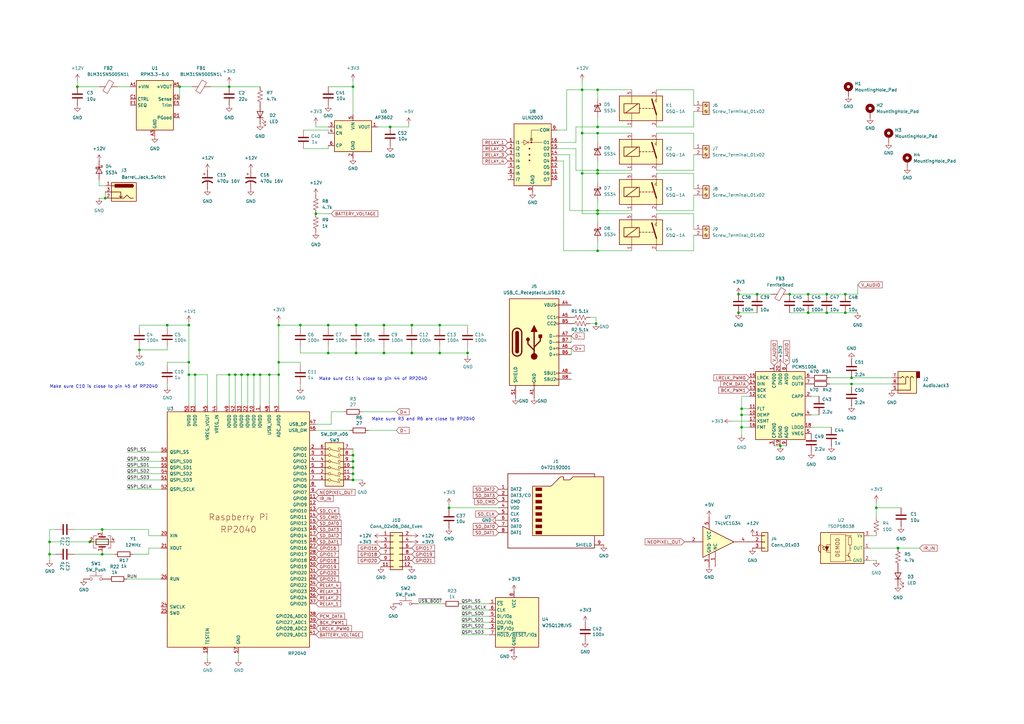
<source format=kicad_sch>
(kicad_sch (version 20250114) (generator "eeschema") (generator_version "9.0")
  (paper "A3")
  (text "Make sure R3 and R6 are close to RP2040" (at 152.4 172.72 0) (effects (font (size 1.27 1.27)) (justify left bottom)))
  (text "Make sure C11 is close to pin 44 of RP2040" (at 130.81 156.21 0) (effects (font (size 1.27 1.27)) (justify left bottom)))
  (text "Make sure C10 is close to pin 45 of RP2040" (at 20.32 159.385 0) (effects (font (size 1.27 1.27)) (justify left bottom)))
  (junction (at 43.18 81.28))
  (junction (at 244.475 132.715))
  (junction (at 101.6 153.67))
  (junction (at 160.02 52.07))
  (junction (at 68.58 133.35))
  (junction (at 146.05 133.35))
  (junction (at 144.78 189.23))
  (junction (at 359.41 208.28))
  (junction (at 168.91 133.35))
  (junction (at 144.78 196.85))
  (junction (at 77.47 153.67))
  (junction (at 245.11 69.85))
  (junction (at 346.71 128.27))
  (junction (at 31.75 35.56))
  (junction (at 106.68 153.67))
  (junction (at 180.34 133.35))
  (junction (at 245.11 87.63))
  (junction (at 245.11 102.87))
  (junction (at 304.165 167.64))
  (junction (at 20.32 222.25))
  (junction (at 339.09 120.65))
  (junction (at 302.895 128.27))
  (junction (at 184.15 208.28))
  (junction (at 110.49 153.67))
  (junction (at 104.14 153.67))
  (junction (at 114.3 133.35))
  (junction (at 331.47 128.27))
  (junction (at 323.85 120.65))
  (junction (at 123.19 133.35))
  (junction (at 349.25 157.48))
  (junction (at 245.11 86.36))
  (junction (at 157.48 144.78))
  (junction (at 238.76 54.61))
  (junction (at 80.01 153.67))
  (junction (at 146.05 144.78))
  (junction (at 304.165 175.26))
  (junction (at 144.78 194.31))
  (junction (at 36.83 222.25))
  (junction (at 20.32 227.33))
  (junction (at 134.62 144.78))
  (junction (at 238.76 71.12))
  (junction (at 114.3 153.67))
  (junction (at 77.47 148.59))
  (junction (at 41.91 227.33))
  (junction (at 191.77 144.78))
  (junction (at 238.76 36.83))
  (junction (at 41.91 217.17))
  (junction (at 157.48 133.35))
  (junction (at 144.78 191.77))
  (junction (at 99.06 153.67))
  (junction (at 134.62 133.35))
  (junction (at 93.98 153.67))
  (junction (at 245.11 52.07))
  (junction (at 310.515 120.65))
  (junction (at 245.11 36.83))
  (junction (at 93.98 35.56))
  (junction (at 302.895 120.65))
  (junction (at 368.3 224.79))
  (junction (at 144.78 186.69))
  (junction (at 331.47 120.65))
  (junction (at 346.71 120.65))
  (junction (at 168.91 144.78))
  (junction (at 77.47 133.35))
  (junction (at 114.3 148.59))
  (junction (at 73.66 35.56))
  (junction (at 180.34 144.78))
  (junction (at 349.25 154.94))
  (junction (at 320.04 182.88))
  (junction (at 339.09 128.27))
  (junction (at 57.15 143.51))
  (junction (at 245.11 71.12))
  (junction (at 304.165 170.18))
  (junction (at 96.52 153.67))
  (junction (at 144.78 35.56))
  (junction (at 129.54 87.63))
  (junction (at 245.11 54.61))
  (wire (pts (xy 60.96 219.71) (xy 66.04 219.71)))
  (wire (pts (xy 85.09 166.37) (xy 85.09 153.67)))
  (wire (pts (xy 234.315 137.795) (xy 234.315 140.335)))
  (wire (pts (xy 85.09 153.67) (xy 80.01 153.67)))
  (wire (pts (xy 184.15 208.28) (xy 184.15 208.915)))
  (wire (pts (xy 22.86 227.33) (xy 20.32 227.33)))
  (wire (pts (xy 22.86 217.17) (xy 20.32 217.17)))
  (wire (pts (xy 238.76 71.12) (xy 238.76 54.61)))
  (wire (pts (xy 36.83 222.25) (xy 46.99 222.25)))
  (wire (pts (xy 302.895 128.27) (xy 310.515 128.27)))
  (wire (pts (xy 245.11 102.87) (xy 259.08 102.87)))
  (wire (pts (xy 307.34 162.56) (xy 304.165 162.56)))
  (wire (pts (xy 20.32 217.17) (xy 20.32 222.25)))
  (wire (pts (xy 233.68 63.5) (xy 228.6 63.5)))
  (wire (pts (xy 123.19 149.86) (xy 123.19 148.59)))
  (wire (pts (xy 60.96 224.79) (xy 60.96 227.33)))
  (wire (pts (xy 157.48 144.78) (xy 146.05 144.78)))
  (wire (pts (xy 135.89 168.91) (xy 140.97 168.91)))
  (wire (pts (xy 245.11 74.93) (xy 245.11 71.12)))
  (wire (pts (xy 168.91 144.78) (xy 157.48 144.78)))
  (wire (pts (xy 349.25 154.94) (xy 365.76 154.94)))
  (wire (pts (xy 284.48 71.12) (xy 269.24 71.12)))
  (wire (pts (xy 168.91 134.62) (xy 168.91 133.35)))
  (wire (pts (xy 123.19 133.35) (xy 134.62 133.35)))
  (wire (pts (xy 238.76 36.83) (xy 245.11 36.83)))
  (wire (pts (xy 114.3 133.35) (xy 123.19 133.35)))
  (wire (pts (xy 144.78 186.69) (xy 144.78 189.23)))
  (wire (pts (xy 129.54 173.99) (xy 135.89 173.99)))
  (wire (pts (xy 31.75 33.02) (xy 31.75 35.56)))
  (wire (pts (xy 20.32 222.25) (xy 20.32 227.33)))
  (wire (pts (xy 317.5 182.88) (xy 320.04 182.88)))
  (wire (pts (xy 129.54 52.07) (xy 134.62 52.07)))
  (wire (pts (xy 180.34 134.62) (xy 180.34 133.35)))
  (wire (pts (xy 180.34 144.78) (xy 191.77 144.78)))
  (wire (pts (xy 167.64 50.8) (xy 167.64 52.07)))
  (wire (pts (xy 134.62 133.35) (xy 146.05 133.35)))
  (wire (pts (xy 189.23 260.35) (xy 200.66 260.35)))
  (wire (pts (xy 134.62 59.69) (xy 134.62 60.96)))
  (wire (pts (xy 146.05 142.24) (xy 146.05 144.78)))
  (wire (pts (xy 284.48 45.72) (xy 284.48 52.07)))
  (wire (pts (xy 52.07 191.77) (xy 66.04 191.77)))
  (wire (pts (xy 356.87 224.79) (xy 368.3 224.79)))
  (wire (pts (xy 349.25 157.48) (xy 365.76 157.48)))
  (wire (pts (xy 284.48 102.87) (xy 269.24 102.87)))
  (wire (pts (xy 77.47 132.08) (xy 77.47 133.35)))
  (wire (pts (xy 346.71 120.65) (xy 351.79 120.65)))
  (wire (pts (xy 284.48 87.63) (xy 269.24 87.63)))
  (wire (pts (xy 129.54 50.8) (xy 129.54 52.07)))
  (wire (pts (xy 189.23 252.73) (xy 200.66 252.73)))
  (wire (pts (xy 236.22 60.96) (xy 228.6 60.96)))
  (wire (pts (xy 236.22 69.85) (xy 236.22 60.96)))
  (wire (pts (xy 101.6 153.67) (xy 104.14 153.67)))
  (wire (pts (xy 184.15 207.01) (xy 184.15 208.28)))
  (wire (pts (xy 93.98 153.67) (xy 96.52 153.67)))
  (wire (pts (xy 238.76 71.12) (xy 245.11 71.12)))
  (wire (pts (xy 245.11 52.07) (xy 259.08 52.07)))
  (wire (pts (xy 284.48 60.96) (xy 284.48 54.61)))
  (wire (pts (xy 77.47 133.35) (xy 77.47 148.59)))
  (wire (pts (xy 123.19 142.24) (xy 123.19 144.78)))
  (wire (pts (xy 189.23 247.65) (xy 200.66 247.65)))
  (wire (pts (xy 332.74 175.26) (xy 340.995 175.26)))
  (wire (pts (xy 245.11 54.61) (xy 259.08 54.61)))
  (wire (pts (xy 234.315 142.875) (xy 234.315 145.415)))
  (wire (pts (xy 66.04 237.49) (xy 52.07 237.49)))
  (wire (pts (xy 68.58 143.51) (xy 68.58 142.24)))
  (wire (pts (xy 20.32 222.25) (xy 36.83 222.25)))
  (wire (pts (xy 245.11 48.26) (xy 245.11 52.07)))
  (wire (pts (xy 245.11 102.87) (xy 231.14 102.87)))
  (wire (pts (xy 144.78 35.56) (xy 144.78 46.99)))
  (wire (pts (xy 320.04 182.88) (xy 322.58 182.88)))
  (wire (pts (xy 244.475 130.175) (xy 241.935 130.175)))
  (wire (pts (xy 60.96 219.71) (xy 60.96 217.17)))
  (wire (pts (xy 114.3 132.08) (xy 114.3 133.35)))
  (wire (pts (xy 245.11 52.07) (xy 236.22 52.07)))
  (wire (pts (xy 77.47 148.59) (xy 77.47 153.67)))
  (wire (pts (xy 134.62 35.56) (xy 144.78 35.56)))
  (wire (pts (xy 236.22 52.07) (xy 236.22 58.42)))
  (wire (pts (xy 148.59 196.85) (xy 144.78 196.85)))
  (wire (pts (xy 30.48 227.33) (xy 41.91 227.33)))
  (wire (pts (xy 168.91 142.24) (xy 168.91 144.78)))
  (wire (pts (xy 245.11 87.63) (xy 259.08 87.63)))
  (wire (pts (xy 238.76 54.61) (xy 238.76 36.83)))
  (wire (pts (xy 359.41 205.74) (xy 359.41 208.28)))
  (wire (pts (xy 245.11 82.55) (xy 245.11 86.36)))
  (wire (pts (xy 52.07 189.23) (xy 66.04 189.23)))
  (wire (pts (xy 20.32 227.33) (xy 20.32 229.87)))
  (wire (pts (xy 57.15 143.51) (xy 68.58 143.51)))
  (wire (pts (xy 304.165 170.18) (xy 307.34 170.18)))
  (wire (pts (xy 180.34 133.35) (xy 191.77 133.35)))
  (wire (pts (xy 304.165 167.64) (xy 304.165 170.18)))
  (wire (pts (xy 284.48 77.47) (xy 284.48 71.12)))
  (wire (pts (xy 284.48 36.83) (xy 269.24 36.83)))
  (wire (pts (xy 73.66 35.56) (xy 73.66 40.64)))
  (wire (pts (xy 134.62 142.24) (xy 134.62 144.78)))
  (wire (pts (xy 232.41 36.83) (xy 238.76 36.83)))
  (wire (pts (xy 231.14 66.04) (xy 228.6 66.04)))
  (wire (pts (xy 110.49 153.67) (xy 114.3 153.67)))
  (wire (pts (xy 331.47 120.65) (xy 339.09 120.65)))
  (wire (pts (xy 134.62 144.78) (xy 123.19 144.78)))
  (wire (pts (xy 340.36 154.94) (xy 349.25 154.94)))
  (wire (pts (xy 77.47 153.67) (xy 77.47 166.37)))
  (wire (pts (xy 245.11 71.12) (xy 259.08 71.12)))
  (wire (pts (xy 68.58 148.59) (xy 77.47 148.59)))
  (wire (pts (xy 356.87 229.87) (xy 359.41 229.87)))
  (wire (pts (xy 104.14 153.67) (xy 106.68 153.67)))
  (wire (pts (xy 93.98 34.29) (xy 93.98 35.56)))
  (wire (pts (xy 304.165 175.26) (xy 307.34 175.26)))
  (wire (pts (xy 304.165 162.56) (xy 304.165 167.64)))
  (wire (pts (xy 154.94 52.07) (xy 160.02 52.07)))
  (wire (pts (xy 368.3 224.79) (xy 377.19 224.79)))
  (wire (pts (xy 114.3 148.59) (xy 123.19 148.59)))
  (wire (pts (xy 114.3 148.59) (xy 114.3 153.67)))
  (wire (pts (xy 191.77 142.24) (xy 191.77 144.78)))
  (wire (pts (xy 236.22 58.42) (xy 228.6 58.42)))
  (wire (pts (xy 144.78 194.31) (xy 144.78 196.85)))
  (wire (pts (xy 99.06 166.37) (xy 99.06 153.67)))
  (wire (pts (xy 68.58 149.86) (xy 68.58 148.59)))
  (wire (pts (xy 191.77 144.78) (xy 191.77 146.05)))
  (wire (pts (xy 30.48 217.17) (xy 41.91 217.17)))
  (wire (pts (xy 157.48 142.24) (xy 157.48 144.78)))
  (wire (pts (xy 146.05 144.78) (xy 134.62 144.78)))
  (wire (pts (xy 232.41 53.34) (xy 232.41 36.83)))
  (wire (pts (xy 144.78 184.15) (xy 144.78 186.69)))
  (wire (pts (xy 241.935 132.715) (xy 244.475 132.715)))
  (wire (pts (xy 68.58 157.48) (xy 68.58 158.75)))
  (wire (pts (xy 41.91 226.06) (xy 41.91 227.33)))
  (wire (pts (xy 191.77 134.62) (xy 191.77 133.35)))
  (wire (pts (xy 134.62 54.61) (xy 134.62 53.34)))
  (wire (pts (xy 110.49 166.37) (xy 110.49 153.67)))
  (wire (pts (xy 284.48 69.85) (xy 269.24 69.85)))
  (wire (pts (xy 134.62 60.96) (xy 124.46 60.96)))
  (wire (pts (xy 144.78 189.23) (xy 144.78 191.77)))
  (wire (pts (xy 189.23 250.19) (xy 200.66 250.19)))
  (wire (pts (xy 238.76 87.63) (xy 238.76 71.12)))
  (wire (pts (xy 284.48 80.01) (xy 284.48 86.36)))
  (wire (pts (xy 189.23 257.81) (xy 200.66 257.81)))
  (wire (pts (xy 335.915 162.56) (xy 332.74 162.56)))
  (wire (pts (xy 284.48 96.52) (xy 284.48 102.87)))
  (wire (pts (xy 88.9 166.37) (xy 88.9 153.67)))
  (wire (pts (xy 57.15 134.62) (xy 57.15 133.35)))
  (wire (pts (xy 134.62 134.62) (xy 134.62 133.35)))
  (wire (pts (xy 106.68 153.67) (xy 110.49 153.67)))
  (wire (pts (xy 238.76 33.02) (xy 238.76 36.83)))
  (wire (pts (xy 245.11 99.06) (xy 245.11 102.87)))
  (wire (pts (xy 97.79 267.97) (xy 97.79 270.51)))
  (wire (pts (xy 359.41 208.28) (xy 359.41 212.09)))
  (wire (pts (xy 148.59 168.91) (xy 162.56 168.91)))
  (wire (pts (xy 233.68 86.36) (xy 233.68 63.5)))
  (wire (pts (xy 323.85 128.27) (xy 331.47 128.27)))
  (wire (pts (xy 106.68 153.67) (xy 106.68 166.37)))
  (wire (pts (xy 123.19 157.48) (xy 123.19 158.75)))
  (wire (pts (xy 57.15 133.35) (xy 68.58 133.35)))
  (wire (pts (xy 245.11 91.44) (xy 245.11 87.63)))
  (wire (pts (xy 284.48 93.98) (xy 284.48 87.63)))
  (wire (pts (xy 331.47 120.65) (xy 323.85 120.65)))
  (wire (pts (xy 356.87 219.71) (xy 359.41 219.71)))
  (wire (pts (xy 134.62 53.34) (xy 124.46 53.34)))
  (wire (pts (xy 335.915 170.18) (xy 332.74 170.18)))
  (wire (pts (xy 96.52 153.67) (xy 99.06 153.67)))
  (wire (pts (xy 245.11 36.83) (xy 259.08 36.83)))
  (wire (pts (xy 146.05 133.35) (xy 157.48 133.35)))
  (wire (pts (xy 68.58 134.62) (xy 68.58 133.35)))
  (wire (pts (xy 73.66 35.56) (xy 78.74 35.56)))
  (wire (pts (xy 85.09 267.97) (xy 85.09 270.51)))
  (wire (pts (xy 144.78 33.02) (xy 144.78 35.56)))
  (wire (pts (xy 66.04 224.79) (xy 60.96 224.79)))
  (wire (pts (xy 245.11 86.36) (xy 259.08 86.36)))
  (wire (pts (xy 146.05 134.62) (xy 146.05 133.35)))
  (wire (pts (xy 284.48 86.36) (xy 269.24 86.36)))
  (wire (pts (xy 284.48 54.61) (xy 269.24 54.61)))
  (wire (pts (xy 304.165 175.26) (xy 304.165 178.435)))
  (wire (pts (xy 167.64 52.07) (xy 160.02 52.07)))
  (wire (pts (xy 43.18 78.74) (xy 43.18 81.28)))
  (wire (pts (xy 114.3 133.35) (xy 114.3 148.59)))
  (wire (pts (xy 151.13 176.53) (xy 162.56 176.53)))
  (wire (pts (xy 101.6 166.37) (xy 101.6 153.67)))
  (wire (pts (xy 189.23 255.27) (xy 200.66 255.27)))
  (wire (pts (xy 93.98 35.56) (xy 106.68 35.56)))
  (wire (pts (xy 66.04 185.42) (xy 52.07 185.42)))
  (wire (pts (xy 299.72 172.72) (xy 307.34 172.72)))
  (wire (pts (xy 245.11 69.85) (xy 259.08 69.85)))
  (wire (pts (xy 349.25 157.48) (xy 349.25 158.75)))
  (wire (pts (xy 228.6 53.34) (xy 232.41 53.34)))
  (wire (pts (xy 238.76 54.61) (xy 245.11 54.61)))
  (wire (pts (xy 93.98 166.37) (xy 93.98 153.67)))
  (wire (pts (xy 245.11 86.36) (xy 233.68 86.36)))
  (wire (pts (xy 80.01 153.67) (xy 77.47 153.67)))
  (wire (pts (xy 135.89 168.91) (xy 135.89 173.99)))
  (wire (pts (xy 104.14 166.37) (xy 104.14 153.67)))
  (wire (pts (xy 231.14 102.87) (xy 231.14 66.04)))
  (wire (pts (xy 168.91 133.35) (xy 180.34 133.35)))
  (wire (pts (xy 351.79 116.84) (xy 351.79 120.65)))
  (wire (pts (xy 52.07 194.31) (xy 66.04 194.31)))
  (wire (pts (xy 157.48 133.35) (xy 168.91 133.35)))
  (wire (pts (xy 346.71 120.65) (xy 339.09 120.65)))
  (wire (pts (xy 123.19 134.62) (xy 123.19 133.35)))
  (wire (pts (xy 114.3 153.67) (xy 114.3 166.37)))
  (wire (pts (xy 245.11 69.85) (xy 236.22 69.85)))
  (wire (pts (xy 180.34 142.24) (xy 180.34 144.78)))
  (wire (pts (xy 40.64 76.2) (xy 40.64 73.66)))
  (wire (pts (xy 57.15 142.24) (xy 57.15 143.51)))
  (wire (pts (xy 184.15 208.28) (xy 204.47 208.28)))
  (wire (pts (xy 40.64 76.2) (xy 43.18 76.2)))
  (wire (pts (xy 54.61 227.33) (xy 60.96 227.33)))
  (wire (pts (xy 144.78 191.77) (xy 144.78 194.31)))
  (wire (pts (xy 284.48 52.07) (xy 269.24 52.07)))
  (wire (pts (xy 180.34 144.78) (xy 168.91 144.78)))
  (wire (pts (xy 57.15 143.51) (xy 57.15 144.78)))
  (wire (pts (xy 245.11 58.42) (xy 245.11 54.61)))
  (wire (pts (xy 41.91 218.44) (xy 41.91 217.17)))
  (wire (pts (xy 129.54 87.63) (xy 135.89 87.63)))
  (wire (pts (xy 86.36 35.56) (xy 93.98 35.56)))
  (wire (pts (xy 245.11 66.04) (xy 245.11 69.85)))
  (wire (pts (xy 304.165 170.18) (xy 304.165 175.26)))
  (wire (pts (xy 310.515 120.65) (xy 316.23 120.65)))
  (wire (pts (xy 302.895 120.65) (xy 310.515 120.65)))
  (wire (pts (xy 96.52 166.37) (xy 96.52 153.67)))
  (wire (pts (xy 284.48 43.18) (xy 284.48 36.83)))
  (wire (pts (xy 41.91 227.33) (xy 46.99 227.33)))
  (wire (pts (xy 68.58 133.35) (xy 77.47 133.35)))
  (wire (pts (xy 346.71 128.27) (xy 351.79 128.27)))
  (wire (pts (xy 99.06 153.67) (xy 101.6 153.67)))
  (wire (pts (xy 245.11 40.64) (xy 245.11 36.83)))
  (wire (pts (xy 157.48 134.62) (xy 157.48 133.35)))
  (wire (pts (xy 339.09 128.27) (xy 346.71 128.27)))
  (wire (pts (xy 48.26 35.56) (xy 53.34 35.56)))
  (wire (pts (xy 40.64 81.28) (xy 43.18 81.28)))
  (wire (pts (xy 244.475 130.175) (xy 244.475 132.715)))
  (wire (pts (xy 66.04 200.66) (xy 52.07 200.66)))
  (wire (pts (xy 245.11 87.63) (xy 238.76 87.63)))
  (wire (pts (xy 331.47 128.27) (xy 339.09 128.27)))
  (wire (pts (xy 340.36 157.48) (xy 349.25 157.48)))
  (wire (pts (xy 31.75 35.56) (xy 40.64 35.56)))
  (wire (pts (xy 88.9 153.67) (xy 93.98 153.67)))
  (wire (pts (xy 171.45 247.65) (xy 181.61 247.65)))
  (wire (pts (xy 80.01 166.37) (xy 80.01 153.67)))
  (wire (pts (xy 129.54 176.53) (xy 143.51 176.53)))
  (wire (pts (xy 369.57 208.28) (xy 359.41 208.28)))
  (wire (pts (xy 284.48 63.5) (xy 284.48 69.85)))
  (wire (pts (xy 52.07 196.85) (xy 66.04 196.85)))
  (wire (pts (xy 41.91 217.17) (xy 60.96 217.17)))
  (wire (pts (xy 307.34 167.64) (xy 304.165 167.64)))
  (label "QSPI_SD0" (at 52.07 189.23 0))
  (label "RUN" (at 52.07 237.49 0))
  (label "QSPI_SD0" (at 189.23 252.73 0))
  (label "QSPI_SD3" (at 189.23 260.35 0))
  (label "QSPI_SD3" (at 52.07 196.85 0))
  (label "QSPI_SD1" (at 189.23 255.27 0))
  (label "QSPI_SD2" (at 52.07 194.31 0))
  (label "QSPI_SD1" (at 52.07 191.77 0))
  (label "QSPI_SD2" (at 189.23 257.81 0))
  (label "QSPI_SCLK" (at 52.07 200.66 0))
  (label "QSPI_SS" (at 189.23 247.65 0))
  (label "QSPI_SCLK" (at 189.23 250.19 0))
  (label "QSPI_SS" (at 52.07 185.42 0))
  (label "~{USB_BOOT}" (at 171.45 247.65 0))
  (global_label "NEOPIXEL_OUT" (shape input) (at 129.54 201.93 0) (property "Intersheetrefs" "${INTERSHEET_REFS}" (effects (hide yes))))
  (global_label "RELAY_2" (shape input) (at 208.28 60.96 180) (property "Intersheetrefs" "${INTERSHEET_REFS}" (effects (hide yes))))
  (global_label "SD_CMD" (shape input) (at 204.47 205.74 180) (property "Intersheetrefs" "${INTERSHEET_REFS}" (effects (hide yes))))
  (global_label "IR_IN" (shape input) (at 377.19 224.79 0) (property "Intersheetrefs" "${INTERSHEET_REFS}" (effects (hide yes))))
  (global_label "D-" (shape input) (at 162.56 176.53 0) (property "Intersheetrefs" "${INTERSHEET_REFS}" (effects (hide yes))))
  (global_label "PCM_DATA" (shape input) (at 129.54 252.73 0) (property "Intersheetrefs" "${INTERSHEET_REFS}" (effects (hide yes))))
  (global_label "GPIO19" (shape input) (at 168.91 227.33 0) (property "Intersheetrefs" "${INTERSHEET_REFS}" (effects (hide yes))))
  (global_label "GPIO21" (shape input) (at 168.91 229.87 0) (property "Intersheetrefs" "${INTERSHEET_REFS}" (effects (hide yes))))
  (global_label "GPIO20" (shape input) (at 156.21 229.87 180) (property "Intersheetrefs" "${INTERSHEET_REFS}" (effects (hide yes))))
  (global_label "D+" (shape input) (at 162.56 168.91 0) (property "Intersheetrefs" "${INTERSHEET_REFS}" (effects (hide yes))))
  (global_label "RELAY_3" (shape input) (at 129.54 242.57 0) (property "Intersheetrefs" "${INTERSHEET_REFS}" (effects (hide yes))))
  (global_label "NEOPIXEL_OUT" (shape input) (at 280.67 222.25 180) (property "Intersheetrefs" "${INTERSHEET_REFS}" (effects (hide yes))))
  (global_label "SD_DAT0" (shape input) (at 129.54 214.63 0) (property "Intersheetrefs" "${INTERSHEET_REFS}" (effects (hide yes))))
  (global_label "SD_CLK" (shape input) (at 129.54 209.55 0) (property "Intersheetrefs" "${INTERSHEET_REFS}" (effects (hide yes))))
  (global_label "V_AUDIO" (shape input) (at 322.58 149.86 90) (property "Intersheetrefs" "${INTERSHEET_REFS}" (effects (hide yes))))
  (global_label "PCM_DATA" (shape input) (at 307.34 157.48 180) (property "Intersheetrefs" "${INTERSHEET_REFS}" (effects (hide yes))))
  (global_label "V_AUDIO" (shape input) (at 351.79 116.84 0) (property "Intersheetrefs" "${INTERSHEET_REFS}" (effects (hide yes))))
  (global_label "SD_CLK" (shape input) (at 204.47 210.82 180) (property "Intersheetrefs" "${INTERSHEET_REFS}" (effects (hide yes))))
  (global_label "GPIO18" (shape input) (at 156.21 227.33 180) (property "Intersheetrefs" "${INTERSHEET_REFS}" (effects (hide yes))))
  (global_label "SD_DAT0" (shape input) (at 204.47 215.9 180) (property "Intersheetrefs" "${INTERSHEET_REFS}" (effects (hide yes))))
  (global_label "RELAY_1" (shape input) (at 129.54 247.65 0) (property "Intersheetrefs" "${INTERSHEET_REFS}" (effects (hide yes))))
  (global_label "RELAY_4" (shape input) (at 129.54 240.03 0) (property "Intersheetrefs" "${INTERSHEET_REFS}" (effects (hide yes))))
  (global_label "LRCLK_PWM0" (shape input) (at 307.34 154.94 180) (property "Intersheetrefs" "${INTERSHEET_REFS}" (effects (hide yes))))
  (global_label "D+" (shape input) (at 234.315 142.875 0) (property "Intersheetrefs" "${INTERSHEET_REFS}" (effects (hide yes))))
  (global_label "BCK_PWM1" (shape input) (at 129.54 255.27 0) (property "Intersheetrefs" "${INTERSHEET_REFS}" (effects (hide yes))))
  (global_label "SD_DAT3" (shape input) (at 204.47 203.2 180) (property "Intersheetrefs" "${INTERSHEET_REFS}" (effects (hide yes))))
  (global_label "SD_DAT3" (shape input) (at 129.54 217.17 0) (property "Intersheetrefs" "${INTERSHEET_REFS}" (effects (hide yes))))
  (global_label "SD_DAT1" (shape input) (at 129.54 222.25 0) (property "Intersheetrefs" "${INTERSHEET_REFS}" (effects (hide yes))))
  (global_label "IR_IN" (shape input) (at 129.54 204.47 0) (property "Intersheetrefs" "${INTERSHEET_REFS}" (effects (hide yes))))
  (global_label "RELAY_3" (shape input) (at 208.28 63.5 180) (property "Intersheetrefs" "${INTERSHEET_REFS}" (effects (hide yes))))
  (global_label "RELAY_1" (shape input) (at 208.28 58.42 180) (property "Intersheetrefs" "${INTERSHEET_REFS}" (effects (hide yes))))
  (global_label "GPIO16" (shape input) (at 129.54 224.79 0) (property "Intersheetrefs" "${INTERSHEET_REFS}" (effects (hide yes))))
  (global_label "GPIO21" (shape input) (at 129.54 237.49 0) (property "Intersheetrefs" "${INTERSHEET_REFS}" (effects (hide yes))))
  (global_label "SD_CMD" (shape input) (at 129.54 212.09 0) (property "Intersheetrefs" "${INTERSHEET_REFS}" (effects (hide yes))))
  (global_label "D-" (shape input) (at 234.315 137.795 0) (property "Intersheetrefs" "${INTERSHEET_REFS}" (effects (hide yes))))
  (global_label "LRCLK_PWM0" (shape input) (at 129.54 257.81 0) (property "Intersheetrefs" "${INTERSHEET_REFS}" (effects (hide yes))))
  (global_label "SD_DAT1" (shape input) (at 204.47 218.44 180) (property "Intersheetrefs" "${INTERSHEET_REFS}" (effects (hide yes))))
  (global_label "SD_DAT2" (shape input) (at 204.47 200.66 180) (property "Intersheetrefs" "${INTERSHEET_REFS}" (effects (hide yes))))
  (global_label "GPIO17" (shape input) (at 129.54 227.33 0) (property "Intersheetrefs" "${INTERSHEET_REFS}" (effects (hide yes))))
  (global_label "GPIO18" (shape input) (at 129.54 229.87 0) (property "Intersheetrefs" "${INTERSHEET_REFS}" (effects (hide yes))))
  (global_label "V_AUDIO" (shape input) (at 317.5 149.86 90) (property "Intersheetrefs" "${INTERSHEET_REFS}" (effects (hide yes))))
  (global_label "RELAY_2" (shape input) (at 129.54 245.11 0) (property "Intersheetrefs" "${INTERSHEET_REFS}" (effects (hide yes))))
  (global_label "BATTERY_VOLTAGE" (shape input) (at 135.89 87.63 0) (property "Intersheetrefs" "${INTERSHEET_REFS}" (effects (hide yes))))
  (global_label "GPIO20" (shape input) (at 129.54 234.95 0) (property "Intersheetrefs" "${INTERSHEET_REFS}" (effects (hide yes))))
  (global_label "SD_DAT2" (shape input) (at 129.54 219.71 0) (property "Intersheetrefs" "${INTERSHEET_REFS}" (effects (hide yes))))
  (global_label "BATTERY_VOLTAGE" (shape input) (at 129.54 260.35 0) (property "Intersheetrefs" "${INTERSHEET_REFS}" (effects (hide yes))))
  (global_label "RELAY_4" (shape input) (at 208.28 66.04 180) (property "Intersheetrefs" "${INTERSHEET_REFS}" (effects (hide yes))))
  (global_label "GPIO17" (shape input) (at 168.91 224.79 0) (property "Intersheetrefs" "${INTERSHEET_REFS}" (effects (hide yes))))
  (global_label "GPIO19" (shape input) (at 129.54 232.41 0) (property "Intersheetrefs" "${INTERSHEET_REFS}" (effects (hide yes))))
  (global_label "GPIO16" (shape input) (at 156.21 224.79 180) (property "Intersheetrefs" "${INTERSHEET_REFS}" (effects (hide yes))))
  (global_label "BCK_PWM1" (shape input) (at 307.34 160.02 180) (property "Intersheetrefs" "${INTERSHEET_REFS}" (effects (hide yes))))
  (symbol (lib_id "power:+3V3") (at 93.98 34.29 0) (unit 1)
    (property "Reference" "#PWR012" (effects (hide yes)))
    (property "Value" "+3V3" (at 93.98 29.21 0))
    (property "Description" "Power symbol creates a global label with name \"+3V3\"" (effects (hide yes)))
  )
  (symbol (lib_id "Device:C") (at 26.67 227.33 270) (unit 1)
    (property "Reference" "C27" (at 27.8384 230.251 0) (effects (justify left)))
    (property "Value" "27p" (at 25.527 230.251 0) (effects (justify left)))
    (property "Footprint" "Capacitor_SMD:C_0603_1608Metric" (effects (hide yes)))
  )
  (symbol (lib_id "Device:R") (at 336.55 154.94 90) (unit 1)
    (property "Reference" "R34" (at 339.09 152.4 90))
    (property "Value" "470" (at 334.01 152.4 90))
    (property "Footprint" "Resistor_SMD:R_0603_1608Metric" (effects (hide yes)))
  )
  (symbol (lib_id "power:GND") (at 290.83 232.41 0) (unit 1)
    (property "Reference" "#PWR070" (effects (hide yes)))
    (property "Value" "GND" (at 290.83 236.728 0))
  )
  (symbol (lib_id "74xGxx:74LVC1G34") (at 295.91 222.25 0) (unit 1)
    (property "Reference" "U7" (at 298.45 212.09 0))
    (property "Value" "74LVC1G34" (at 298.45 214.63 0))
    (property "Footprint" "Package_TO_SOT_SMD:SOT-23-5" (effects (hide yes)))
    (property "Datasheet" "https://www.ti.com/lit/ds/symlink/sn74lvc1g34.pdf" (effects (hide yes)))
    (property "Description" "Single Buffer Gate, Low-Voltage CMOS" (effects (hide yes)))
  )
  (symbol (lib_id "power:+3V3") (at 210.82 242.57 0) (unit 1)
    (property "Reference" "#PWR020" (effects (hide yes)))
    (property "Value" "+3V3" (at 210.82 237.49 0))
    (property "Description" "Power symbol creates a global label with name \"+3V3\"" (effects (hide yes)))
  )
  (symbol (lib_id "power:GND") (at 240.03 262.89 0) (unit 1)
    (property "Reference" "#PWR058" (effects (hide yes)))
    (property "Value" "GND" (at 240.03 267.335 0))
  )
  (symbol (lib_id "Device:FerriteBead") (at 44.45 35.56 90) (unit 1)
    (property "Reference" "FB2" (at 44.3992 27.94 90))
    (property "Value" "BLM31SN500SN1L" (at 44.3992 30.48 90))
    (property "Footprint" "Inductor_SMD:L_1206_3216Metric" (effects (hide yes)))
    (property "Description" "Ferrite bead" (effects (hide yes)))
  )
  (symbol (lib_id "power:GND") (at 156.21 232.41 0) (unit 1)
    (property "Reference" "#PWR079" (effects (hide yes)))
    (property "Value" "GND" (at 156.21 236.855 0))
  )
  (symbol (lib_id "power:+12V") (at 238.76 33.02 0) (unit 1)
    (property "Reference" "#PWR035" (effects (hide yes)))
    (property "Value" "+12V" (at 238.76 27.94 0))
    (property "Description" "Power symbol creates a global label with name \"+12V\"" (effects (hide yes)))
  )
  (symbol (lib_id "Memory_Flash:W25Q128JVS") (at 210.82 255.27 0) (unit 1)
    (property "Reference" "U4" (at 222.25 253.9999 0) (effects (justify left)))
    (property "Value" "W25Q128JVS" (at 222.25 256.5399 0) (effects (justify left)))
    (property "Footprint" "Package_SO:SOIC-8_5.3x5.3mm_P1.27mm" (effects (hide yes)))
    (property "Datasheet" "https://www.winbond.com/resource-files/w25q128jv_dtr%20revc%2003272018%20plus.pdf" (effects (hide yes)))
    (property "Description" "128Mbit / 16MiB Serial Flash Memory, Standard/Dual/Quad SPI, 2.7-3.6V, SOIC-8" (effects (hide yes)))
  )
  (symbol (lib_id "power:GND") (at 332.74 185.42 0) (unit 1)
    (property "Reference" "#PWR063" (effects (hide yes)))
    (property "Value" "GND" (at 332.74 190.5 0))
  )
  (symbol (lib_id "Device:FerriteBead") (at 82.55 35.56 90) (unit 1)
    (property "Reference" "FB1" (at 82.4992 27.94 90))
    (property "Value" "BLM31SN500SN1L" (at 82.4992 30.48 90))
    (property "Footprint" "Inductor_SMD:L_1206_3216Metric" (effects (hide yes)))
    (property "Description" "Ferrite bead" (effects (hide yes)))
  )
  (symbol (lib_id "power:GND") (at 168.91 232.41 0) (unit 1)
    (property "Reference" "#PWR075" (effects (hide yes)))
    (property "Value" "GND" (at 168.91 236.855 0))
  )
  (symbol (lib_id "Device:C") (at 191.77 138.43 0) (unit 1)
    (property "Reference" "C14" (at 194.691 137.2616 0) (effects (justify left)))
    (property "Value" "100n" (at 194.691 139.573 0) (effects (justify left)))
    (property "Footprint" "Capacitor_SMD:C_0603_1608Metric" (effects (hide yes)))
  )
  (symbol (lib_id "Device:C") (at 26.67 217.17 270) (unit 1)
    (property "Reference" "C23" (at 27.8384 220.091 0) (effects (justify left)))
    (property "Value" "27p" (at 25.527 220.091 0) (effects (justify left)))
    (property "Footprint" "Capacitor_SMD:C_0603_1608Metric" (effects (hide yes)))
  )
  (symbol (lib_id "power:+3V3") (at 168.91 222.25 270) (unit 1)
    (property "Reference" "#PWR045" (effects (hide yes)))
    (property "Value" "+3V3" (at 172.72 222.2499 90) (effects (justify left)))
    (property "Description" "Power symbol creates a global label with name \"+3V3\"" (effects (hide yes)))
  )
  (symbol (lib_id "Device:C") (at 332.74 181.61 0) (unit 1)
    (property "Reference" "C49" (at 334.01 179.07 0) (effects (justify left)))
    (property "Value" "2.2u" (at 334.01 184.15 0) (effects (justify left)))
    (property "Footprint" "Capacitor_SMD:C_0603_1608Metric" (effects (hide yes)))
  )
  (symbol (lib_id "power:+12V") (at 85.09 69.85 0) (unit 1)
    (property "Reference" "#PWR037" (effects (hide yes)))
    (property "Value" "+12V" (at 85.09 64.77 0))
    (property "Description" "Power symbol creates a global label with name \"+12V\"" (effects (hide yes)))
  )
  (symbol (lib_id "power:+12V") (at 308.61 219.71 0) (unit 1)
    (property "Reference" "#PWR032" (effects (hide yes)))
    (property "Value" "+12V" (at 308.61 214.63 0))
    (property "Description" "Power symbol creates a global label with name \"+12V\"" (effects (hide yes)))
  )
  (symbol (lib_id "power:+12V") (at 102.87 69.85 0) (unit 1)
    (property "Reference" "#PWR039" (effects (hide yes)))
    (property "Value" "+12V" (at 102.87 64.77 0))
    (property "Description" "Power symbol creates a global label with name \"+12V\"" (effects (hide yes)))
  )
  (symbol (lib_id "power:GND") (at 356.87 48.26 0) (unit 1)
    (property "Reference" "#PWR073" (effects (hide yes)))
    (property "Value" "GND" (at 356.87 52.578 0))
  )
  (symbol (lib_id "Device:R_US") (at 106.68 39.37 0) (unit 1)
    (property "Reference" "R7" (at 109.22 38.0999 0) (effects (justify left)))
    (property "Value" "4.7k" (at 109.22 40.6399 0) (effects (justify left)))
    (property "Footprint" "Resistor_SMD:R_0603_1608Metric" (effects (hide yes)))
    (property "Description" "Resistor, US symbol" (effects (hide yes)))
  )
  (symbol (lib_id "power:+3V3") (at 184.15 207.01 0) (unit 1)
    (property "Reference" "#PWR023" (effects (hide yes)))
    (property "Value" "+3V3" (at 184.15 201.93 0))
    (property "Description" "Power symbol creates a global label with name \"+3V3\"" (effects (hide yes)))
  )
  (symbol (lib_id "power:GND") (at 211.455 163.195 0) (unit 1)
    (property "Reference" "#PWR017" (effects (hide yes)))
    (property "Value" "GND" (at 212.725 164.465 0) (effects (justify left)))
  )
  (symbol (lib_id "power:GND") (at 219.075 163.195 0) (unit 1)
    (property "Reference" "#PWR018" (effects (hide yes)))
    (property "Value" "GND" (at 220.345 164.465 0) (effects (justify left)))
  )
  (symbol (lib_id "power:GND") (at 40.64 81.28 0) (unit 1)
    (property "Reference" "#PWR024" (effects (hide yes)))
    (property "Value" "GND" (at 40.64 86.36 0))
    (property "Description" "Power symbol creates a global label with name \"GND\" , ground" (effects (hide yes)))
  )
  (symbol (lib_id "power:GND") (at 191.77 146.05 0) (unit 1)
    (property "Reference" "#PWR016" (effects (hide yes)))
    (property "Value" "GND" (at 191.897 150.4442 0))
  )
  (symbol (lib_id "Device:C") (at 93.98 39.37 180) (unit 1)
    (property "Reference" "C2" (at 97.79 38.0999 0) (effects (justify right)))
    (property "Value" "22u" (at 97.79 40.6399 0) (effects (justify right)))
    (property "Footprint" "Capacitor_SMD:C_0603_1608Metric" (effects (hide yes)))
    (property "Description" "Unpolarized capacitor" (effects (hide yes)))
  )
  (symbol (lib_id "Device:R_US") (at 238.125 132.715 270) (unit 1)
    (property "Reference" "R2" (at 235.585 135.255 90))
    (property "Value" "5.1k" (at 239.395 135.255 90))
    (property "Footprint" "Resistor_SMD:R_0603_1608Metric" (effects (hide yes)))
  )
  (symbol (lib_id "Device:LED") (at 106.68 46.99 90) (unit 1)
    (property "Reference" "D2" (at 110.49 47.3074 90) (effects (justify right)))
    (property "Value" "LED" (at 110.49 49.8474 90) (effects (justify right)))
    (property "Footprint" "LED_SMD:LED_0603_1608Metric" (effects (hide yes)))
    (property "Description" "Light emitting diode" (effects (hide yes)))
    (property "Sim.Pins" "1=K 2=A" (effects (hide yes)))
  )
  (symbol (lib_id "Device:C") (at 339.09 124.46 0) (unit 1)
    (property "Reference" "C47" (at 340.36 121.92 0) (effects (justify left)))
    (property "Value" "10u" (at 340.36 127 0) (effects (justify left)))
    (property "Footprint" "Capacitor_SMD:C_0603_1608Metric" (effects (hide yes)))
  )
  (symbol (lib_id "Mechanical:MountingHole_Pad") (at 347.98 36.83 0) (unit 1) (exclude_from_sim yes) (in_bom no)
    (property "Reference" "H1" (at 350.52 34.2899 0) (effects (justify left)))
    (property "Value" "MountingHole_Pad" (at 350.52 36.8299 0) (effects (justify left)))
    (property "Footprint" "MountingHole:MountingHole_3.2mm_M3_DIN965_Pad" (effects (hide yes)))
    (property "Description" "Mounting Hole with connection" (effects (hide yes)))
  )
  (symbol (lib_id "Device:C") (at 331.47 124.46 0) (unit 1)
    (property "Reference" "C46" (at 332.74 121.92 0) (effects (justify left)))
    (property "Value" "100n" (at 332.74 127 0) (effects (justify left)))
    (property "Footprint" "Capacitor_SMD:C_0603_1608Metric" (effects (hide yes)))
  )
  (symbol (lib_id "Connector:Screw_Terminal_01x02") (at 289.56 93.98 0) (unit 1)
    (property "Reference" "J9" (at 292.1 93.9799 0) (effects (justify left)))
    (property "Value" "Screw_Terminal_01x02" (at 292.1 96.5199 0) (effects (justify left)))
    (property "Footprint" "TerminalBlock_Phoenix:TerminalBlock_Phoenix_PT-1,5-2-5.0-H_1x02_P5.00mm_Horizontal" (effects (hide yes)))
    (property "Description" "Generic screw terminal, single row, 01x02, script generated (kicad-library-utils/schlib/autogen/connector/)" (effects (hide yes)))
  )
  (symbol (lib_id "Diode:SS34") (at 245.11 78.74 270) (unit 1)
    (property "Reference" "D7" (at 247.65 77.1524 90) (effects (justify left)))
    (property "Value" "SS34" (at 247.65 79.6924 90) (effects (justify left)))
    (property "Footprint" "Diode_SMD:D_SMA" (effects (hide yes)))
    (property "Datasheet" "https://www.vishay.com/docs/88751/ss32.pdf" (effects (hide yes)))
    (property "Description" "40V 3A Schottky Diode, SMA" (effects (hide yes)))
  )
  (symbol (lib_id "power:GND") (at 97.79 270.51 0) (unit 1)
    (property "Reference" "#PWR043" (effects (hide yes)))
    (property "Value" "GND" (at 97.917 274.9042 0))
  )
  (symbol (lib_id "Device:C") (at 346.71 124.46 0) (unit 1)
    (property "Reference" "C48" (at 347.98 121.92 0) (effects (justify left)))
    (property "Value" "10u" (at 347.98 127 0) (effects (justify left)))
    (property "Footprint" "Capacitor_SMD:C_0603_1608Metric" (effects (hide yes)))
  )
  (symbol (lib_id "Device:C") (at 157.48 138.43 0) (unit 1)
    (property "Reference" "C9" (at 160.401 137.2616 0) (effects (justify left)))
    (property "Value" "100n" (at 160.401 139.573 0) (effects (justify left)))
    (property "Footprint" "Capacitor_SMD:C_0603_1608Metric" (effects (hide yes)))
  )
  (symbol (lib_id "power:GND") (at 106.68 50.8 0) (unit 1)
    (property "Reference" "#PWR022" (effects (hide yes)))
    (property "Value" "GND" (at 106.68 55.88 0))
    (property "Description" "Power symbol creates a global label with name \"GND\" , ground" (effects (hide yes)))
  )
  (symbol (lib_id "power:GND") (at 161.29 247.65 0) (unit 1)
    (property "Reference" "#PWR057" (effects (hide yes)))
    (property "Value" "GND" (at 161.29 252.73 0))
  )
  (symbol (lib_id "Switch:SW_DIP_x06") (at 137.16 189.23 0) (mirror x) (unit 1)
    (property "Reference" "SW3" (at 137.16 180.594 0))
    (property "Value" "SW_DIP_x06" (at 137.16 178.054 0))
    (property "Footprint" "Button_Switch_THT:SW_DIP_SPSTx06_Slide_6.7x16.8mm_W7.62mm_P2.54mm_LowProfile" (effects (hide yes)))
    (property "Description" "6x DIP Switch, Single Pole Single Throw (SPST) switch, small symbol" (effects (hide yes)))
  )
  (symbol (lib_id "Diode:SS34") (at 40.64 69.85 270) (unit 1)
    (property "Reference" "D4" (at 43.18 68.2624 90) (effects (justify left)))
    (property "Value" "SS34" (at 43.18 70.8024 90) (effects (justify left)))
    (property "Footprint" "Diode_SMD:D_SMA" (effects (hide yes)))
    (property "Datasheet" "https://www.vishay.com/docs/88751/ss32.pdf" (effects (hide yes)))
    (property "Description" "40V 3A Schottky Diode, SMA" (effects (hide yes)))
  )
  (symbol (lib_id "Device:C_Polarized_US") (at 85.09 73.66 0) (unit 1)
    (property "Reference" "C15" (at 88.9 71.7549 0) (effects (justify left)))
    (property "Value" "470u 16V" (at 88.9 74.2949 0) (effects (justify left)))
    (property "Footprint" "Capacitor_SMD:CP_Elec_8x10" (effects (hide yes)))
    (property "Description" "Polarized capacitor, US symbol" (effects (hide yes)))
  )
  (symbol (lib_id "Device:C") (at 180.34 138.43 0) (unit 1)
    (property "Reference" "C13" (at 183.261 137.2616 0) (effects (justify left)))
    (property "Value" "100n" (at 183.261 139.573 0) (effects (justify left)))
    (property "Footprint" "Capacitor_SMD:C_0603_1608Metric" (effects (hide yes)))
  )
  (symbol (lib_id "Device:C") (at 349.25 151.13 0) (unit 1)
    (property "Reference" "C51" (at 350.52 148.59 0) (effects (justify left)))
    (property "Value" "2.2n" (at 350.52 153.67 0) (effects (justify left)))
    (property "Footprint" "Capacitor_SMD:C_0603_1608Metric" (effects (hide yes)))
  )
  (symbol (lib_id "Device:C") (at 124.46 57.15 0) (unit 1)
    (property "Reference" "C40" (at 127.508 55.88 0) (effects (justify left)))
    (property "Value" "1u" (at 127.762 58.166 0) (effects (justify left)))
    (property "Footprint" "Capacitor_SMD:C_0603_1608Metric" (effects (hide yes)))
  )
  (symbol (lib_id "power:GND") (at 184.15 216.535 0) (unit 1)
    (property "Reference" "#PWR056" (effects (hide yes)))
    (property "Value" "GND" (at 184.15 220.98 0))
  )
  (symbol (lib_id "power:GND") (at 148.59 196.85 0) (unit 1)
    (property "Reference" "#PWR059" (effects (hide yes)))
    (property "Value" "GND" (at 148.59 201.93 0))
  )
  (symbol (lib_id "Device:R_US") (at 359.41 215.9 0) (unit 1)
    (property "Reference" "R4" (at 361.95 214.6299 0) (effects (justify left)))
    (property "Value" "100" (at 361.95 217.1699 0) (effects (justify left)))
    (property "Footprint" "Resistor_SMD:R_0603_1608Metric" (effects (hide yes)))
    (property "Description" "Resistor, US symbol" (effects (hide yes)))
  )
  (symbol (lib_id "power:GND") (at 304.165 178.435 0) (unit 1)
    (property "Reference" "#PWR078" (effects (hide yes)))
    (property "Value" "GND" (at 304.165 183.515 0))
  )
  (symbol (lib_id "Device:C_Polarized_US") (at 102.87 73.66 0) (unit 1)
    (property "Reference" "C16" (at 106.68 71.7549 0) (effects (justify left)))
    (property "Value" "470u 16V" (at 106.68 74.2949 0) (effects (justify left)))
    (property "Footprint" "Capacitor_SMD:CP_Elec_8x10" (effects (hide yes)))
    (property "Description" "Polarized capacitor, US symbol" (effects (hide yes)))
  )
  (symbol (lib_id "power:+3V3") (at 240.03 255.27 0) (unit 1)
    (property "Reference" "#PWR021" (effects (hide yes)))
    (property "Value" "+3V3" (at 240.03 250.19 0))
    (property "Description" "Power symbol creates a global label with name \"+3V3\"" (effects (hide yes)))
  )
  (symbol (lib_id "power:GND") (at 34.29 237.49 0) (unit 1)
    (property "Reference" "#PWR030" (effects (hide yes)))
    (property "Value" "GND" (at 34.417 241.8842 0))
  )
  (symbol (lib_id "power:GND") (at 349.25 147.32 180) (unit 1)
    (property "Reference" "#PWR091" (effects (hide yes)))
    (property "Value" "GND" (at 349.25 142.875 0))
  )
  (symbol (lib_id "power:+5V") (at 290.83 212.09 0) (unit 1)
    (property "Reference" "#PWR033" (effects (hide yes)))
    (property "Value" "+5V" (at 290.83 207.01 0))
    (property "Description" "Power symbol creates a global label with name \"+5V\"" (effects (hide yes)))
  )
  (symbol (lib_id "power:+5V") (at 167.64 50.8 0) (unit 1)
    (property "Reference" "#PWR02" (effects (hide yes)))
    (property "Value" "+5V" (at 167.64 45.72 0))
    (property "Description" "Power symbol creates a global label with name \"+5V\"" (effects (hide yes)))
  )
  (symbol (lib_id "power:GND") (at 210.82 267.97 0) (unit 1)
    (property "Reference" "#PWR061" (effects (hide yes)))
    (property "Value" "GND" (at 207.01 269.24 0))
  )
  (symbol (lib_id "Device:C") (at 340.995 179.07 0) (unit 1)
    (property "Reference" "C44" (at 342.265 176.53 0) (effects (justify left)))
    (property "Value" "1u" (at 342.265 181.61 0) (effects (justify left)))
    (property "Footprint" "Capacitor_SMD:C_0603_1608Metric" (effects (hide yes)))
  )
  (symbol (lib_id "Interface_Optical:TSOP581xx") (at 346.71 224.79 0) (unit 1)
    (property "Reference" "U2" (at 344.975 213.36 0))
    (property "Value" "TSOP58038" (at 344.975 215.9 0))
    (property "Footprint" "OptoDevice:Vishay_MINICAST-3Pin" (effects (hide yes)))
    (property "Datasheet" "http://www.vishay.com/docs/82462/tsop581.pdf" (effects (hide yes)))
    (property "Description" "Photo Modules for PCM Remote Control Systems" (effects (hide yes)))
  )
  (symbol (lib_id "Connector_Audio:AudioJack3") (at 370.84 157.48 180) (unit 1)
    (property "Reference" "J2" (at 378.46 155.5749 0) (effects (justify right)))
    (property "Value" "AudioJack3" (at 378.46 158.1149 0) (effects (justify right)))
    (property "Footprint" "Connector_Audio:Jack_3.5mm_CUI_SJ-3523-SMT_Horizontal" (effects (hide yes)))
    (property "Description" "Audio Jack, 3 Poles (Stereo / TRS)" (effects (hide yes)))
  )
  (symbol (lib_id "Device:R") (at 48.26 237.49 270) (unit 1)
    (property "Reference" "R22" (at 46.99 232.41 90))
    (property "Value" "1k" (at 46.99 234.7214 90))
    (property "Footprint" "Resistor_SMD:R_0603_1608Metric" (effects (hide yes)))
  )
  (symbol (lib_id "Device:C") (at 160.02 55.88 0) (unit 1)
    (property "Reference" "C52" (at 163.068 54.61 0) (effects (justify left)))
    (property "Value" "10u" (at 163.322 56.896 0) (effects (justify left)))
    (property "Footprint" "Capacitor_SMD:C_0603_1608Metric" (effects (hide yes)))
  )
  (symbol (lib_id "Device:C") (at 68.58 138.43 0) (unit 1)
    (property "Reference" "C5" (at 71.501 137.2616 0) (effects (justify left)))
    (property "Value" "100n" (at 71.501 139.573 0) (effects (justify left)))
    (property "Footprint" "Capacitor_SMD:C_0603_1608Metric" (effects (hide yes)))
  )
  (symbol (lib_id "Device:C") (at 168.91 138.43 0) (unit 1)
    (property "Reference" "C12" (at 171.831 137.2616 0) (effects (justify left)))
    (property "Value" "100n" (at 171.831 139.573 0) (effects (justify left)))
    (property "Footprint" "Capacitor_SMD:C_0603_1608Metric" (effects (hide yes)))
  )
  (symbol (lib_id "power:GND") (at 123.19 158.75 0) (unit 1)
    (property "Reference" "#PWR015" (effects (hide yes)))
    (property "Value" "GND" (at 123.317 163.1442 0))
  )
  (symbol (lib_id "Connector:Screw_Terminal_01x02") (at 289.56 43.18 0) (unit 1)
    (property "Reference" "J6" (at 292.1 43.1799 0) (effects (justify left)))
    (property "Value" "Screw_Terminal_01x02" (at 292.1 45.7199 0) (effects (justify left)))
    (property "Footprint" "TerminalBlock_Phoenix:TerminalBlock_Phoenix_PT-1,5-2-5.0-H_1x02_P5.00mm_Horizontal" (effects (hide yes)))
    (property "Description" "Generic screw terminal, single row, 01x02, script generated (kicad-library-utils/schlib/autogen/connector/)" (effects (hide yes)))
  )
  (symbol (lib_id "Transistor_Array:ULN2003") (at 218.44 63.5 0) (unit 1)
    (property "Reference" "U8" (at 218.44 45.72 0))
    (property "Value" "ULN2003" (at 218.44 48.26 0))
    (property "Footprint" "Package_SO:SOIC-16_3.9x9.9mm_P1.27mm" (effects (hide yes)))
    (property "Datasheet" "http://www.ti.com/lit/ds/symlink/uln2003a.pdf" (effects (hide yes)))
    (property "Description" "High Voltage, High Current Darlington Transistor Arrays, SOIC16/SOIC16W/DIP16/TSSOP16" (effects (hide yes)))
  )
  (symbol (lib_id "power:GND") (at 244.475 132.715 0) (unit 1)
    (property "Reference" "#PWR03" (effects (hide yes)))
    (property "Value" "GND" (at 245.745 133.985 0) (effects (justify left)))
  )
  (symbol (lib_id "Device:FerriteBead") (at 320.04 120.65 90) (unit 1)
    (property "Reference" "FB3" (at 319.9892 114.3 90))
    (property "Value" "FerriteBead" (at 319.9892 116.84 90))
    (property "Footprint" "Inductor_SMD:L_0603_1608Metric" (effects (hide yes)))
  )
  (symbol (lib_id "Device:Crystal_GND24") (at 41.91 222.25 90) (unit 1)
    (property "Reference" "Y1" (at 54.61 220.98 90))
    (property "Value" "12MHz" (at 54.61 223.52 90))
    (property "Footprint" "Crystal:Crystal_SMD_3225-4Pin_3.2x2.5mm" (effects (hide yes)))
  )
  (symbol (lib_id "Device:R_US") (at 238.125 130.175 270) (unit 1)
    (property "Reference" "R1" (at 235.585 127.635 90))
    (property "Value" "5.1k" (at 239.395 127.635 90))
    (property "Footprint" "Resistor_SMD:R_0603_1608Metric" (effects (hide yes)))
  )
  (symbol (lib_id "Connector:Micro_SD_Card") (at 227.33 208.28 0) (unit 1)
    (property "Reference" "J1" (at 227.965 189.23 0))
    (property "Value" "0472192001" (at 227.965 191.77 0))
    (property "Footprint" "Connector_Card:microSD_HC_Molex_47219-2001" (effects (hide yes)))
    (property "Datasheet" "https://www.we-online.com/components/products/datasheet/693072010801.pdf" (effects (hide yes)))
    (property "Description" "Micro SD Card Socket" (effects (hide yes)))
  )
  (symbol (lib_id "power:+3V3") (at 359.41 205.74 0) (unit 1)
    (property "Reference" "#PWR07" (effects (hide yes)))
    (property "Value" "+3V3" (at 359.41 200.66 0))
    (property "Description" "Power symbol creates a global label with name \"+3V3\"" (effects (hide yes)))
  )
  (symbol (lib_id "Device:C") (at 31.75 39.37 180) (unit 1)
    (property "Reference" "C3" (at 35.56 38.0999 0) (effects (justify right)))
    (property "Value" "10u" (at 35.56 40.6399 0) (effects (justify right)))
    (property "Footprint" "Capacitor_SMD:C_0603_1608Metric" (effects (hide yes)))
    (property "Description" "Unpolarized capacitor" (effects (hide yes)))
  )
  (symbol (lib_id "Regulator_SwitchedCapacitor:RT9361AxE") (at 144.78 54.61 0) (unit 1)
    (property "Reference" "U6" (at 157.48 45.6498 0))
    (property "Value" "AP3602" (at 157.48 48.1898 0))
    (property "Footprint" "Package_TO_SOT_SMD:SOT-23-6" (effects (hide yes)))
    (property "Datasheet" "https://www.richtek.com/assets/product_file/RT9361A=RT9361B/DS9361AB-14.pdf" (effects (hide yes)))
    (property "Description" "Switched capacitor boost, Fixed 5V output, 110mA, SOT-23-6" (effects (hide yes)))
  )
  (symbol (lib_id "power:GND") (at 302.895 128.27 0) (unit 1)
    (property "Reference" "#PWR064" (effects (hide yes)))
    (property "Value" "GND" (at 302.895 133.35 0))
  )
  (symbol (lib_id "Switch:SW_Push") (at 39.37 237.49 0) (unit 1)
    (property "Reference" "SW1" (at 39.37 231.14 0))
    (property "Value" "SW_Push" (at 39.37 233.68 0))
    (property "Footprint" "Button_Switch_SMD:SW_SPST_TL3342" (effects (hide yes)))
  )
  (symbol (lib_id "Mechanical:MountingHole_Pad") (at 372.11 66.04 0) (unit 1) (exclude_from_sim yes) (in_bom no)
    (property "Reference" "H4" (at 374.65 63.4999 0) (effects (justify left)))
    (property "Value" "MountingHole_Pad" (at 374.65 66.0399 0) (effects (justify left)))
    (property "Footprint" "MountingHole:MountingHole_3.2mm_M3_DIN965_Pad" (effects (hide yes)))
    (property "Description" "Mounting Hole with connection" (effects (hide yes)))
  )
  (symbol (lib_id "Mechanical:MountingHole_Pad") (at 364.49 55.88 0) (unit 1) (exclude_from_sim yes) (in_bom no)
    (property "Reference" "H3" (at 367.03 53.3399 0) (effects (justify left)))
    (property "Value" "MountingHole_Pad" (at 367.03 55.8799 0) (effects (justify left)))
    (property "Footprint" "MountingHole:MountingHole_3.2mm_M3_DIN965_Pad" (effects (hide yes)))
    (property "Description" "Mounting Hole with connection" (effects (hide yes)))
  )
  (symbol (lib_id "Device:C") (at 123.19 153.67 0) (unit 1)
    (property "Reference" "C11" (at 126.111 152.5016 0) (effects (justify left)))
    (property "Value" "1u" (at 126.111 154.813 0) (effects (justify left)))
    (property "Footprint" "Capacitor_SMD:C_0603_1608Metric" (effects (hide yes)))
  )
  (symbol (lib_id "power:GND") (at 372.11 68.58 0) (unit 1)
    (property "Reference" "#PWR071" (effects (hide yes)))
    (property "Value" "GND" (at 372.11 72.898 0))
  )
  (symbol (lib_id "Device:C") (at 146.05 138.43 0) (unit 1)
    (property "Reference" "C8" (at 148.971 137.2616 0) (effects (justify left)))
    (property "Value" "100n" (at 148.971 139.573 0) (effects (justify left)))
    (property "Footprint" "Capacitor_SMD:C_0603_1608Metric" (effects (hide yes)))
  )
  (symbol (lib_id "Connector_Generic:Conn_01x03") (at 313.69 222.25 0) (unit 1)
    (property "Reference" "J4" (at 316.23 220.9799 0) (effects (justify left)))
    (property "Value" "Conn_01x03" (at 316.23 223.5199 0) (effects (justify left)))
    (property "Footprint" "Connector_JST:JST_XH_S3B-XH-A_1x03_P2.50mm_Horizontal" (effects (hide yes)))
    (property "Description" "Generic connector, single row, 01x03, script generated (kicad-library-utils/schlib/autogen/connector/)" (effects (hide yes)))
  )
  (symbol (lib_id "power:GND") (at 20.32 229.87 0) (unit 1)
    (property "Reference" "#PWR026" (effects (hide yes)))
    (property "Value" "GND" (at 20.447 234.2642 0))
  )
  (symbol (lib_id "Relay:G5Q-1A") (at 264.16 78.74 0) (unit 1)
    (property "Reference" "K3" (at 273.05 77.4699 0) (effects (justify left)))
    (property "Value" "G5Q-1A" (at 273.05 80.0099 0) (effects (justify left)))
    (property "Footprint" "Relay_THT:Relay_SPST_Omron-G5Q-1A" (effects (hide yes)))
    (property "Datasheet" "https://www.omron.com/ecb/products/pdf/en-g5q.pdf" (effects (hide yes)))
    (property "Description" "Omron G5Q relay, Miniature Single Pole, SPST-NO, 10A" (effects (hide yes)))
  )
  (symbol (lib_id "Device:R") (at 147.32 176.53 270) (unit 1)
    (property "Reference" "R6" (at 147.32 171.2722 90))
    (property "Value" "27" (at 147.32 173.5836 90))
    (property "Footprint" "Resistor_SMD:R_0603_1608Metric" (effects (hide yes)))
  )
  (symbol (lib_id "Device:C") (at 240.03 259.08 0) (unit 1)
    (property "Reference" "C42" (at 242.951 257.9116 0) (effects (justify left)))
    (property "Value" "100n" (at 242.951 260.223 0) (effects (justify left)))
    (property "Footprint" "Capacitor_SMD:C_0603_1608Metric" (effects (hide yes)))
  )
  (symbol (lib_id "power:GND") (at 144.78 64.77 0) (unit 1)
    (property "Reference" "#PWR065" (effects (hide yes)))
    (property "Value" "GND" (at 144.78 69.088 0))
  )
  (symbol (lib_id "Device:R") (at 336.55 157.48 90) (unit 1)
    (property "Reference" "R42" (at 339.217 159.893 90))
    (property "Value" "470" (at 333.883 159.893 90))
    (property "Footprint" "Resistor_SMD:R_0603_1608Metric" (effects (hide yes)))
  )
  (symbol (lib_id "Switch:SW_Push") (at 166.37 247.65 0) (unit 1)
    (property "Reference" "SW2" (at 166.37 241.3 0))
    (property "Value" "SW_Push" (at 166.37 243.84 0))
    (property "Footprint" "Button_Switch_SMD:SW_SPST_TL3342" (effects (hide yes)))
  )
  (symbol (lib_id "power:GND") (at 160.02 59.69 0) (unit 1)
    (property "Reference" "#PWR066" (effects (hide yes)))
    (property "Value" "GND" (at 160.02 64.008 0))
  )
  (symbol (lib_id "Connector:USB_C_Receptacle_USB2.0") (at 219.075 140.335 0) (unit 1)
    (property "Reference" "J5" (at 219.075 117.475 0))
    (property "Value" "USB_C_Receptacle_USB2.0" (at 219.075 120.015 0))
    (property "Footprint" "Connector_USB:USB_C_Receptacle_Palconn_UTC16-G" (effects (hide yes)))
    (property "Datasheet" "https://www.usb.org/sites/default/files/documents/usb_type-c.zip" (effects (hide yes)))
  )
  (symbol (lib_id "Connector:Barrel_Jack_Switch") (at 50.8 78.74 0) (mirror y) (unit 1)
    (property "Reference" "J3" (at 50.8 69.85 0))
    (property "Value" "Barrel_Jack_Switch" (at 58.928 72.644 0))
    (property "Footprint" "Connector_BarrelJack:BarrelJack_Horizontal" (effects (hide yes)))
    (property "Description" "DC Barrel Jack with an internal switch" (effects (hide yes)))
  )
  (symbol (lib_id "power:+3V3") (at 299.72 172.72 90) (unit 1)
    (property "Reference" "#PWR036" (effects (hide yes)))
    (property "Value" "+3V3" (at 294.132 172.72 90))
    (property "Description" "Power symbol creates a global label with name \"+3V3\"" (effects (hide yes)))
  )
  (symbol (lib_id "power:GND") (at 57.15 144.78 0) (unit 1)
    (property "Reference" "#PWR04" (effects (hide yes)))
    (property "Value" "GND" (at 57.277 149.1742 0))
  )
  (symbol (lib_id "power:GND") (at 134.62 43.18 0) (unit 1)
    (property "Reference" "#PWR067" (effects (hide yes)))
    (property "Value" "GND" (at 134.62 47.498 0))
  )
  (symbol (lib_id "power:+12V") (at 168.91 219.71 270) (unit 1)
    (property "Reference" "#PWR047" (effects (hide yes)))
    (property "Value" "+12V" (at 172.72 219.7099 90) (effects (justify left)))
    (property "Description" "Power symbol creates a global label with name \"+12V\"" (effects (hide yes)))
  )
  (symbol (lib_id "power:GND") (at 218.44 78.74 0) (unit 1)
    (property "Reference" "#PWR069" (effects (hide yes)))
    (property "Value" "GND" (at 218.44 83.058 0))
  )
  (symbol (lib_id "power:GND") (at 364.49 58.42 0) (unit 1)
    (property "Reference" "#PWR072" (effects (hide yes)))
    (property "Value" "GND" (at 364.49 62.738 0))
  )
  (symbol (lib_id "Device:C") (at 134.62 138.43 0) (unit 1)
    (property "Reference" "C7" (at 137.541 137.2616 0) (effects (justify left)))
    (property "Value" "100n" (at 137.541 139.573 0) (effects (justify left)))
    (property "Footprint" "Capacitor_SMD:C_0603_1608Metric" (effects (hide yes)))
  )
  (symbol (lib_id "power:GND") (at 31.75 43.18 0) (unit 1)
    (property "Reference" "#PWR013" (effects (hide yes)))
    (property "Value" "GND" (at 31.75 48.26 0))
    (property "Description" "Power symbol creates a global label with name \"GND\" , ground" (effects (hide yes)))
  )
  (symbol (lib_id "Device:C") (at 310.515 124.46 0) (unit 1)
    (property "Reference" "C39" (at 311.785 121.92 0) (effects (justify left)))
    (property "Value" "10u" (at 311.785 127 0) (effects (justify left)))
    (property "Footprint" "Capacitor_SMD:C_0603_1608Metric" (effects (hide yes)))
  )
  (symbol (lib_id "Device:C") (at 302.895 124.46 0) (unit 1)
    (property "Reference" "C38" (at 304.165 121.92 0) (effects (justify left)))
    (property "Value" "100n" (at 304.165 127 0) (effects (justify left)))
    (property "Footprint" "Capacitor_SMD:C_0603_1608Metric" (effects (hide yes)))
  )
  (symbol (lib_id "Device:LED") (at 368.3 236.22 90) (unit 1)
    (property "Reference" "D3" (at 372.11 236.5374 90) (effects (justify right)))
    (property "Value" "LED" (at 372.11 239.0774 90) (effects (justify right)))
    (property "Footprint" "LED_SMD:LED_0603_1608Metric" (effects (hide yes)))
    (property "Description" "Light emitting diode" (effects (hide yes)))
    (property "Sim.Pins" "1=K 2=A" (effects (hide yes)))
  )
  (symbol (lib_id "power:GND") (at 340.995 182.88 0) (unit 1)
    (property "Reference" "#PWR076" (effects (hide yes)))
    (property "Value" "GND" (at 340.995 187.96 0))
  )
  (symbol (lib_id "Connector_Generic:Conn_02x06_Odd_Even") (at 161.29 224.79 0) (unit 1)
    (property "Reference" "J10" (at 162.56 213.36 0))
    (property "Value" "Conn_02x06_Odd_Even" (at 162.56 215.9 0))
    (property "Footprint" "Connector_PinHeader_2.54mm:PinHeader_2x06_P2.54mm_Vertical" (effects (hide yes)))
    (property "Description" "Generic connector, double row, 02x06, odd/even pin numbering scheme (row 1 odd numbers, row 2 even numbers), script generated (kicad-library-utils/schlib/autogen/connector/)" (effects (hide yes)))
  )
  (symbol (lib_id "Device:C") (at 335.915 166.37 0) (unit 1)
    (property "Reference" "C43" (at 337.185 163.83 0) (effects (justify left)))
    (property "Value" "2.2u" (at 337.185 168.91 0) (effects (justify left)))
    (property "Footprint" "Capacitor_SMD:C_0603_1608Metric" (effects (hide yes)))
  )
  (symbol (lib_id "Device:R") (at 185.42 247.65 270) (unit 1)
    (property "Reference" "R23" (at 185.42 242.3922 90))
    (property "Value" "1k" (at 185.42 244.7036 90))
    (property "Footprint" "Resistor_SMD:R_0603_1608Metric" (effects (hide yes)))
  )
  (symbol (lib_id "power:GND") (at 204.47 213.36 270) (unit 1)
    (property "Reference" "#PWR062" (effects (hide yes)))
    (property "Value" "GND" (at 199.644 213.36 90))
  )
  (symbol (lib_id "power:GND") (at 63.5 55.88 0) (unit 1)
    (property "Reference" "#PWR010" (effects (hide yes)))
    (property "Value" "GND" (at 63.5 60.96 0))
    (property "Description" "Power symbol creates a global label with name \"GND\" , ground" (effects (hide yes)))
  )
  (symbol (lib_id "power:+3V3") (at 129.54 50.8 0) (unit 1)
    (property "Reference" "#PWR031" (effects (hide yes)))
    (property "Value" "+3V3" (at 129.54 45.72 0))
    (property "Description" "Power symbol creates a global label with name \"+3V3\"" (effects (hide yes)))
  )
  (symbol (lib_id "Device:C") (at 184.15 212.725 0) (unit 1)
    (property "Reference" "C37" (at 187.071 211.5566 0) (effects (justify left)))
    (property "Value" "10u" (at 187.071 213.868 0) (effects (justify left)))
    (property "Footprint" "Capacitor_SMD:C_0603_1608Metric" (effects (hide yes)))
  )
  (symbol (lib_id "power:GND") (at 320.04 182.88 0) (unit 1)
    (property "Reference" "#PWR077" (effects (hide yes)))
    (property "Value" "GND" (at 320.04 187.96 0))
  )
  (symbol (lib_id "Relay:G5Q-1A") (at 264.16 44.45 0) (unit 1)
    (property "Reference" "K1" (at 273.05 43.1799 0) (effects (justify left)))
    (property "Value" "G5Q-1A" (at 273.05 45.7199 0) (effects (justify left)))
    (property "Footprint" "Relay_THT:Relay_SPST_Omron-G5Q-1A" (effects (hide yes)))
    (property "Datasheet" "https://www.omron.com/ecb/products/pdf/en-g5q.pdf" (effects (hide yes)))
    (property "Description" "Omron G5Q relay, Miniature Single Pole, SPST-NO, 10A" (effects (hide yes)))
  )
  (symbol (lib_id "power:GND") (at 68.58 158.75 0) (unit 1)
    (property "Reference" "#PWR014" (effects (hide yes)))
    (property "Value" "GND" (at 68.707 163.1442 0))
  )
  (symbol (lib_id "power:GND") (at 93.98 43.18 0) (unit 1)
    (property "Reference" "#PWR011" (effects (hide yes)))
    (property "Value" "GND" (at 93.98 48.26 0))
    (property "Description" "Power symbol creates a global label with name \"GND\" , ground" (effects (hide yes)))
  )
  (symbol (lib_id "power:GND") (at 102.87 77.47 0) (unit 1)
    (property "Reference" "#PWR040" (effects (hide yes)))
    (property "Value" "GND" (at 102.87 82.55 0))
    (property "Description" "Power symbol creates a global label with name \"GND\" , ground" (effects (hide yes)))
  )
  (symbol (lib_id "Device:C") (at 134.62 39.37 0) (unit 1)
    (property "Reference" "C41" (at 137.668 38.1 0) (effects (justify left)))
    (property "Value" "10u" (at 137.922 40.386 0) (effects (justify left)))
    (property "Footprint" "Capacitor_SMD:C_0603_1608Metric" (effects (hide yes)))
  )
  (symbol (lib_id "MCU_RaspberryPi_RP2040:RP2040") (at 97.79 217.17 0) (unit 1)
    (property "Reference" "U3" (at 69.85 167.64 0))
    (property "Value" "RP2040" (at 121.92 267.97 0))
    (property "Footprint" "Package_DFN_QFN:QFN-56-1EP_7x7mm_P0.4mm_EP3.2x3.2mm" (effects (hide yes)))
  )
  (symbol (lib_id "power:+12V") (at 31.75 33.02 0) (unit 1)
    (property "Reference" "#PWR09" (effects (hide yes)))
    (property "Value" "+12V" (at 31.75 27.94 0))
    (property "Description" "Power symbol creates a global label with name \"+12V\"" (effects (hide yes)))
  )
  (symbol (lib_id "power:+12V") (at 40.64 66.04 0) (unit 1)
    (property "Reference" "#PWR025" (effects (hide yes)))
    (property "Value" "+12V" (at 40.64 60.96 0))
    (property "Description" "Power symbol creates a global label with name \"+12V\"" (effects (hide yes)))
  )
  (symbol (lib_id "Device:C") (at 57.15 138.43 0) (unit 1)
    (property "Reference" "C4" (at 60.071 137.2616 0) (effects (justify left)))
    (property "Value" "100n" (at 60.071 139.573 0) (effects (justify left)))
    (property "Footprint" "Capacitor_SMD:C_0603_1608Metric" (effects (hide yes)))
  )
  (symbol (lib_id "Audio:PCM5100A") (at 320.04 165.1 0) (unit 1)
    (property "Reference" "U5" (at 324.7741 147.955 0) (effects (justify left)))
    (property "Value" "PCM5100A" (at 324.7741 150.495 0) (effects (justify left)))
    (property "Footprint" "Package_SO:TSSOP-20_4.4x6.5mm_P0.65mm" (effects (hide yes)))
    (property "Datasheet" "https://www.ti.com/lit/ds/symlink/pcm5100a.pdf" (effects (hide yes)))
  )
  (symbol (lib_id "power:GND") (at 369.57 215.9 0) (unit 1)
    (property "Reference" "#PWR06" (effects (hide yes)))
    (property "Value" "GND" (at 369.57 220.98 0))
    (property "Description" "Power symbol creates a global label with name \"GND\" , ground" (effects (hide yes)))
  )
  (symbol (lib_id "power:+3V3") (at 302.895 120.65 0) (unit 1)
    (property "Reference" "#PWR027" (effects (hide yes)))
    (property "Value" "+3V3" (at 302.895 115.57 0))
    (property "Description" "Power symbol creates a global label with name \"+3V3\"" (effects (hide yes)))
  )
  (symbol (lib_id "Diode:SS34") (at 245.11 62.23 270) (unit 1)
    (property "Reference" "D6" (at 247.65 60.6424 90) (effects (justify left)))
    (property "Value" "SS34" (at 247.65 63.1824 90) (effects (justify left)))
    (property "Footprint" "Diode_SMD:D_SMA" (effects (hide yes)))
    (property "Datasheet" "https://www.vishay.com/docs/88751/ss32.pdf" (effects (hide yes)))
    (property "Description" "40V 3A Schottky Diode, SMA" (effects (hide yes)))
  )
  (symbol (lib_id "power:GND") (at 308.61 224.79 0) (unit 1)
    (property "Reference" "#PWR034" (effects (hide yes)))
    (property "Value" "GND" (at 308.61 229.87 0))
    (property "Description" "Power symbol creates a global label with name \"GND\" , ground" (effects (hide yes)))
  )
  (symbol (lib_id "power:GND") (at 347.98 39.37 0) (unit 1)
    (property "Reference" "#PWR074" (effects (hide yes)))
    (property "Value" "GND" (at 347.98 43.688 0))
  )
  (symbol (lib_id "power:+3V3") (at 320.04 149.86 0) (unit 1)
    (property "Reference" "#PWR028" (effects (hide yes)))
    (property "Value" "+3V3" (at 320.04 144.272 90))
    (property "Description" "Power symbol creates a global label with name \"+3V3\"" (effects (hide yes)))
  )
  (symbol (lib_id "Relay:G5Q-1A") (at 264.16 95.25 0) (unit 1)
    (property "Reference" "K4" (at 273.05 93.9799 0) (effects (justify left)))
    (property "Value" "G5Q-1A" (at 273.05 96.5199 0) (effects (justify left)))
    (property "Footprint" "Relay_THT:Relay_SPST_Omron-G5Q-1A" (effects (hide yes)))
    (property "Datasheet" "https://www.omron.com/ecb/products/pdf/en-g5q.pdf" (effects (hide yes)))
    (property "Description" "Omron G5Q relay, Miniature Single Pole, SPST-NO, 10A" (effects (hide yes)))
  )
  (symbol (lib_id "Device:C") (at 323.85 124.46 0) (unit 1)
    (property "Reference" "C45" (at 325.12 121.92 0) (effects (justify left)))
    (property "Value" "100n" (at 325.12 127 0) (effects (justify left)))
    (property "Footprint" "Capacitor_SMD:C_0603_1608Metric" (effects (hide yes)))
  )
  (symbol (lib_id "Relay:G5Q-1A") (at 264.16 62.23 0) (unit 1)
    (property "Reference" "K2" (at 273.05 60.9599 0) (effects (justify left)))
    (property "Value" "G5Q-1A" (at 273.05 63.4999 0) (effects (justify left)))
    (property "Footprint" "Relay_THT:Relay_SPST_Omron-G5Q-1A" (effects (hide yes)))
    (property "Datasheet" "https://www.omron.com/ecb/products/pdf/en-g5q.pdf" (effects (hide yes)))
    (property "Description" "Omron G5Q relay, Miniature Single Pole, SPST-NO, 10A" (effects (hide yes)))
  )
  (symbol (lib_id "Device:R_US") (at 129.54 91.44 0) (unit 1)
    (property "Reference" "R9" (at 132.08 90.1699 0) (effects (justify left)))
    (property "Value" "1k" (at 132.08 92.7099 0) (effects (justify left)))
    (property "Footprint" "Resistor_SMD:R_0603_1608Metric" (effects (hide yes)))
    (property "Description" "Resistor, US symbol" (effects (hide yes)))
  )
  (symbol (lib_id "power:GND") (at 85.09 270.51 0) (unit 1)
    (property "Reference" "#PWR042" (effects (hide yes)))
    (property "Value" "GND" (at 85.217 274.9042 0))
  )
  (symbol (lib_id "Device:R") (at 144.78 168.91 270) (unit 1)
    (property "Reference" "R3" (at 144.78 163.6522 90))
    (property "Value" "27" (at 144.78 165.9636 90))
    (property "Footprint" "Resistor_SMD:R_0603_1608Metric" (effects (hide yes)))
  )
  (symbol (lib_id "Diode:SS34") (at 245.11 95.25 270) (unit 1)
    (property "Reference" "D8" (at 247.65 93.6624 90) (effects (justify left)))
    (property "Value" "SS34" (at 247.65 96.2024 90) (effects (justify left)))
    (property "Footprint" "Diode_SMD:D_SMA" (effects (hide yes)))
    (property "Datasheet" "https://www.vishay.com/docs/88751/ss32.pdf" (effects (hide yes)))
    (property "Description" "40V 3A Schottky Diode, SMA" (effects (hide yes)))
  )
  (symbol (lib_id "power:GND") (at 129.54 95.25 0) (unit 1)
    (property "Reference" "#PWR044" (effects (hide yes)))
    (property "Value" "GND" (at 129.54 100.33 0))
    (property "Description" "Power symbol creates a global label with name \"GND\" , ground" (effects (hide yes)))
  )
  (symbol (lib_id "power:GND") (at 368.3 240.03 0) (unit 1)
    (property "Reference" "#PWR08" (effects (hide yes)))
    (property "Value" "GND" (at 368.3 245.11 0))
    (property "Description" "Power symbol creates a global label with name \"GND\" , ground" (effects (hide yes)))
  )
  (symbol (lib_id "Converter_DCDC:RPM3.3-6.0") (at 63.5 43.18 0) (unit 1)
    (property "Reference" "U1" (at 63.5 27.94 0))
    (property "Value" "RPM3.3-6.0" (at 63.5 30.48 0))
    (property "Footprint" "Converter_DCDC:Converter_DCDC_RECOM_RPMx.x-x.0" (effects (hide yes)))
    (property "Datasheet" "https://www.recom-power.com/pdf/Innoline/RPM-6.0.pdf" (effects (hide yes)))
    (property "Description" "6A non-isolated switching regulator power module, 4-15V input voltage, 3.3V output voltage, DOSA" (effects (hide yes)))
  )
  (symbol (lib_id "power:+3V3") (at 144.78 33.02 0) (unit 1)
    (property "Reference" "#PWR029" (effects (hide yes)))
    (property "Value" "+3V3" (at 144.78 27.94 0))
    (property "Description" "Power symbol creates a global label with name \"+3V3\"" (effects (hide yes)))
  )
  (symbol (lib_id "power:GND") (at 365.76 160.02 0) (unit 1)
    (property "Reference" "#PWR081" (effects (hide yes)))
    (property "Value" "GND" (at 365.76 165.1 0))
  )
  (symbol (lib_id "Mechanical:MountingHole_Pad") (at 356.87 45.72 0) (unit 1) (exclude_from_sim yes) (in_bom no)
    (property "Reference" "H2" (at 359.41 43.1799 0) (effects (justify left)))
    (property "Value" "MountingHole_Pad" (at 359.41 45.7199 0) (effects (justify left)))
    (property "Footprint" "MountingHole:MountingHole_3.2mm_M3_DIN965_Pad" (effects (hide yes)))
    (property "Description" "Mounting Hole with connection" (effects (hide yes)))
  )
  (symbol (lib_id "power:GND") (at 359.41 229.87 0) (unit 1)
    (property "Reference" "#PWR05" (effects (hide yes)))
    (property "Value" "GND" (at 359.41 234.95 0))
    (property "Description" "Power symbol creates a global label with name \"GND\" , ground" (effects (hide yes)))
  )
  (symbol (lib_id "Connector:Screw_Terminal_01x02") (at 289.56 60.96 0) (unit 1)
    (property "Reference" "J7" (at 292.1 60.9599 0) (effects (justify left)))
    (property "Value" "Screw_Terminal_01x02" (at 292.1 63.4999 0) (effects (justify left)))
    (property "Footprint" "TerminalBlock_Phoenix:TerminalBlock_Phoenix_PT-1,5-2-5.0-H_1x02_P5.00mm_Horizontal" (effects (hide yes)))
    (property "Description" "Generic screw terminal, single row, 01x02, script generated (kicad-library-utils/schlib/autogen/connector/)" (effects (hide yes)))
  )
  (symbol (lib_id "Device:C") (at 123.19 138.43 0) (unit 1)
    (property "Reference" "C6" (at 126.111 137.2616 0) (effects (justify left)))
    (property "Value" "100n" (at 126.111 139.573 0) (effects (justify left)))
    (property "Footprint" "Capacitor_SMD:C_0603_1608Metric" (effects (hide yes)))
  )
  (symbol (lib_id "Device:C") (at 369.57 212.09 0) (unit 1)
    (property "Reference" "C1" (at 373.38 210.8199 0) (effects (justify left)))
    (property "Value" "10u" (at 373.38 213.3599 0) (effects (justify left)))
    (property "Footprint" "Capacitor_SMD:C_0603_1608Metric" (effects (hide yes)))
    (property "Description" "Unpolarized capacitor" (effects (hide yes)))
  )
  (symbol (lib_id "power:GND") (at 349.25 166.37 0) (unit 1)
    (property "Reference" "#PWR090" (effects (hide yes)))
    (property "Value" "GND" (at 349.25 171.45 0))
  )
  (symbol (lib_id "Device:R_US") (at 368.3 228.6 0) (unit 1)
    (property "Reference" "R5" (at 370.84 227.3299 0) (effects (justify left)))
    (property "Value" "4.7k" (at 370.84 229.8699 0) (effects (justify left)))
    (property "Footprint" "Resistor_SMD:R_0603_1608Metric" (effects (hide yes)))
    (property "Description" "Resistor, US symbol" (effects (hide yes)))
  )
  (symbol (lib_id "Diode:SS34") (at 245.11 44.45 270) (unit 1)
    (property "Reference" "D5" (at 247.65 42.8624 90) (effects (justify left)))
    (property "Value" "SS34" (at 247.65 45.4024 90) (effects (justify left)))
    (property "Footprint" "Diode_SMD:D_SMA" (effects (hide yes)))
    (property "Datasheet" "https://www.vishay.com/docs/88751/ss32.pdf" (effects (hide yes)))
    (property "Description" "40V 3A Schottky Diode, SMA" (effects (hide yes)))
  )
  (symbol (lib_id "Device:R") (at 50.8 227.33 270) (unit 1)
    (property "Reference" "R17" (at 50.8 229.87 90))
    (property "Value" "1k" (at 50.8 232.1814 90))
    (property "Footprint" "Resistor_SMD:R_0603_1608Metric" (effects (hide yes)))
  )
  (symbol (lib_id "power:GND") (at 85.09 77.47 0) (unit 1)
    (property "Reference" "#PWR038" (effects (hide yes)))
    (property "Value" "GND" (at 85.09 82.55 0))
    (property "Description" "Power symbol creates a global label with name \"GND\" , ground" (effects (hide yes)))
  )
  (symbol (lib_id "Device:C") (at 68.58 153.67 0) (unit 1)
    (property "Reference" "C10" (at 71.501 152.5016 0) (effects (justify left)))
    (property "Value" "1u" (at 71.501 154.813 0) (effects (justify left)))
    (property "Footprint" "Capacitor_SMD:C_0603_1608Metric" (effects (hide yes)))
  )
  (symbol (lib_id "power:+1V1") (at 77.47 132.08 0) (unit 1)
    (property "Reference" "#PWR01" (effects (hide yes)))
    (property "Value" "+1V1" (at 77.851 127.6858 0))
  )
  (symbol (lib_id "power:GND") (at 351.79 128.27 0) (unit 1)
    (property "Reference" "#PWR068" (effects (hide yes)))
    (property "Value" "GND" (at 351.79 133.35 0))
  )
  (symbol (lib_id "power:+12V") (at 156.21 219.71 90) (unit 1)
    (property "Reference" "#PWR048" (effects (hide yes)))
    (property "Value" "+12V" (at 152.4 219.7099 90) (effects (justify left)))
    (property "Description" "Power symbol creates a global label with name \"+12V\"" (effects (hide yes)))
  )
  (symbol (lib_id "Device:R_US") (at 129.54 83.82 0) (unit 1)
    (property "Reference" "R8" (at 132.08 82.5499 0) (effects (justify left)))
    (property "Value" "4.7k" (at 132.08 85.0899 0) (effects (justify left)))
    (property "Footprint" "Resistor_SMD:R_0603_1608Metric" (effects (hide yes)))
    (property "Description" "Resistor, US symbol" (effects (hide yes)))
  )
  (symbol (lib_id "Connector:Screw_Terminal_01x02") (at 289.56 77.47 0) (unit 1)
    (property "Reference" "J8" (at 292.1 77.4699 0) (effects (justify left)))
    (property "Value" "Screw_Terminal_01x02" (at 292.1 80.0099 0) (effects (justify left)))
    (property "Footprint" "TerminalBlock_Phoenix:TerminalBlock_Phoenix_PT-1,5-2-5.0-H_1x02_P5.00mm_Horizontal" (effects (hide yes)))
    (property "Description" "Generic screw terminal, single row, 01x02, script generated (kicad-library-utils/schlib/autogen/connector/)" (effects (hide yes)))
  )
  (symbol (lib_id "power:+12V") (at 129.54 80.01 0) (unit 1)
    (property "Reference" "#PWR041" (effects (hide yes)))
    (property "Value" "+12V" (at 129.54 74.93 0))
    (property "Description" "Power symbol creates a global label with name \"+12V\"" (effects (hide yes)))
  )
  (symbol (lib_id "Device:C") (at 349.25 162.56 0) (unit 1)
    (property "Reference" "C50" (at 350.52 160.02 0) (effects (justify left)))
    (property "Value" "2.2n" (at 350.52 165.1 0) (effects (justify left)))
    (property "Footprint" "Capacitor_SMD:C_0603_1608Metric" (effects (hide yes)))
  )
  (symbol (lib_id "power:+3V3") (at 114.3 132.08 0) (unit 1)
    (property "Reference" "#PWR019" (effects (hide yes)))
    (property "Value" "+3V3" (at 114.3 127 0))
    (property "Description" "Power symbol creates a global label with name \"+3V3\"" (effects (hide yes)))
  )
  (symbol (lib_id "power:GND") (at 247.65 223.52 0) (unit 1)
    (property "Reference" "#PWR060" (effects (hide yes)))
    (property "Value" "GND" (at 247.65 227.965 0))
  )
  (symbol (lib_id "power:+3V3") (at 156.21 222.25 90) (unit 1)
    (property "Reference" "#PWR046" (effects (hide yes)))
    (property "Value" "+3V3" (at 152.4 222.2499 90) (effects (justify left)))
    (property "Description" "Power symbol creates a global label with name \"+3V3\"" (effects (hide yes)))
  )
)
</source>
